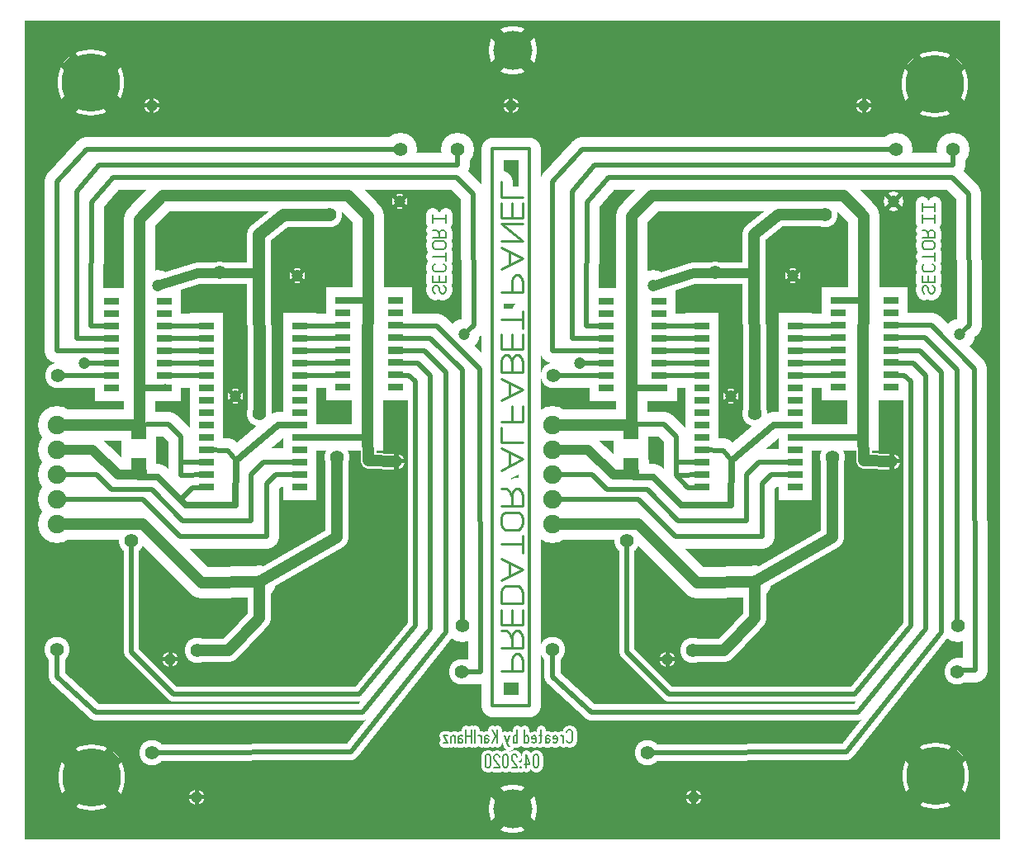
<source format=gbr>
%FSLAX34Y34*%
%MOMM*%
%LNCOPPER_BOTTOM*%
G71*
G01*
%ADD10C, 3.200*%
%ADD11C, 2.200*%
%ADD12C, 2.600*%
%ADD13C, 3.400*%
%ADD14R, 3.500X2.760*%
%ADD15C, 2.400*%
%ADD16C, 2.500*%
%ADD17C, 3.200*%
%ADD18C, 2.700*%
%ADD19C, 1.500*%
%ADD20C, 1.700*%
%ADD21C, 3.900*%
%ADD22C, 2.200*%
%ADD23R, 3.600X3.600*%
%ADD24C, 3.000*%
%ADD25C, 2.450*%
%ADD26C, 2.900*%
%ADD27C, 2.278*%
%ADD28C, 0.967*%
%ADD29C, 1.367*%
%ADD30C, 2.300*%
%ADD31C, 5.000*%
%ADD32C, 6.800*%
%ADD33C, 6.800*%
%ADD34C, 1.600*%
%ADD35C, 2.000*%
%ADD36C, 1.600*%
%ADD37C, 1.333*%
%ADD38C, 2.000*%
%ADD39C, 0.460*%
%ADD40C, 0.440*%
%ADD41C, 1.200*%
%ADD42C, 1.400*%
%ADD43R, 1.500X0.760*%
%ADD44C, 1.200*%
%ADD45C, 0.500*%
%ADD46C, 0.700*%
%ADD47C, 1.900*%
%ADD48C, 1.000*%
%ADD49R, 1.600X1.600*%
%ADD50C, 1.250*%
%ADD51C, 0.278*%
%ADD52C, 0.167*%
%ADD53C, 0.300*%
%ADD54C, 4.000*%
%ADD55C, 6.000*%
%ADD56C, 6.000*%
%LPD*%
G36*
X0Y840000D02*
X1000000Y840000D01*
X1000000Y0D01*
X0Y0D01*
X0Y840000D01*
G37*
%LPC*%
X136922Y568284D02*
G54D10*
D03*
X200422Y581734D02*
G54D11*
D03*
X241159Y437272D02*
G54D12*
D03*
X312569Y641037D02*
G54D12*
D03*
X177658Y194384D02*
G54D12*
D03*
X241158Y264233D02*
G54D13*
D03*
X448327Y172159D02*
G54D12*
D03*
X326560Y463764D02*
G54D14*
D03*
X326560Y476464D02*
G54D14*
D03*
X326560Y489164D02*
G54D14*
D03*
X326560Y501864D02*
G54D14*
D03*
X380560Y463764D02*
G54D14*
D03*
X380560Y476464D02*
G54D14*
D03*
X380560Y489164D02*
G54D14*
D03*
G36*
X363060Y515664D02*
X398060Y515664D01*
X398060Y488064D01*
X363060Y488064D01*
X363060Y515664D01*
G37*
X326560Y514564D02*
G54D14*
D03*
X326560Y527264D02*
G54D14*
D03*
X326560Y539964D02*
G54D14*
D03*
X380560Y514564D02*
G54D14*
D03*
X380560Y527264D02*
G54D14*
D03*
X380560Y539964D02*
G54D14*
D03*
X326560Y552664D02*
G54D14*
D03*
X380560Y552664D02*
G54D14*
D03*
X282248Y526594D02*
G54D14*
D03*
X282248Y513894D02*
G54D14*
D03*
X282248Y501194D02*
G54D14*
D03*
X282248Y488494D02*
G54D14*
D03*
X186948Y526594D02*
G54D14*
D03*
X186948Y513894D02*
G54D14*
D03*
X186948Y501194D02*
G54D14*
D03*
X186948Y488494D02*
G54D14*
D03*
X282248Y475794D02*
G54D14*
D03*
X282248Y463094D02*
G54D14*
D03*
X282248Y450394D02*
G54D14*
D03*
X186948Y475794D02*
G54D14*
D03*
X186948Y463094D02*
G54D14*
D03*
X186948Y450394D02*
G54D14*
D03*
X282248Y437694D02*
G54D14*
D03*
X186948Y437694D02*
G54D14*
D03*
X282248Y424994D02*
G54D14*
D03*
X282248Y412294D02*
G54D14*
D03*
X186948Y424994D02*
G54D14*
D03*
X186948Y412294D02*
G54D14*
D03*
X282248Y399594D02*
G54D14*
D03*
X282248Y386894D02*
G54D14*
D03*
X186948Y399594D02*
G54D14*
D03*
X186948Y386894D02*
G54D14*
D03*
X282248Y374194D02*
G54D14*
D03*
X282248Y361494D02*
G54D14*
D03*
X186948Y374194D02*
G54D14*
D03*
X186948Y361494D02*
G54D14*
D03*
X143665Y552130D02*
G54D14*
D03*
X143665Y539430D02*
G54D14*
D03*
X143665Y526730D02*
G54D14*
D03*
X143665Y514030D02*
G54D14*
D03*
X89665Y552130D02*
G54D14*
D03*
X89665Y539430D02*
G54D14*
D03*
X89665Y526730D02*
G54D14*
D03*
X89665Y514030D02*
G54D14*
D03*
X143665Y501330D02*
G54D14*
D03*
X143665Y488630D02*
G54D14*
D03*
X143665Y475930D02*
G54D14*
D03*
X89665Y501330D02*
G54D14*
D03*
X89665Y488630D02*
G54D14*
D03*
X89665Y475930D02*
G54D14*
D03*
X143665Y463230D02*
G54D14*
D03*
X89665Y463230D02*
G54D14*
D03*
X33980Y476128D02*
G54D12*
D03*
X61688Y488828D02*
G54D10*
D03*
X33186Y195141D02*
G54D12*
D03*
X385594Y707712D02*
G54D13*
D03*
X450708Y518234D02*
G54D10*
D03*
X130627Y89015D02*
G54D12*
D03*
X449121Y219784D02*
G54D13*
D03*
G54D15*
X177658Y194384D02*
X209109Y194384D01*
X240978Y227047D01*
X241158Y264234D01*
X109386Y306266D02*
G54D12*
D03*
G54D16*
X33980Y476128D02*
X88928Y475876D01*
G54D16*
X450708Y518234D02*
X460772Y527759D01*
X460233Y662635D01*
X443384Y679484D01*
X90959Y679484D01*
X68734Y653951D01*
X68418Y526635D01*
X88928Y526676D01*
G54D16*
X385594Y707712D02*
X63625Y707712D01*
X33809Y674722D01*
X33809Y501684D01*
X88928Y501276D01*
G54D16*
X88928Y513976D02*
X54038Y513976D01*
X53653Y665197D01*
X76672Y692184D01*
X444178Y692184D01*
X444332Y707712D01*
G54D16*
X142928Y488576D02*
X186866Y488576D01*
X186948Y488494D01*
G54D16*
X142928Y501276D02*
X186866Y501276D01*
X186948Y501194D01*
G54D16*
X142928Y513976D02*
X186866Y513976D01*
X186948Y513894D01*
G54D16*
X142928Y526676D02*
X186866Y526676D01*
X186948Y526594D01*
G54D16*
X61688Y488828D02*
X88928Y488576D01*
G54D16*
X282248Y526594D02*
X326871Y526594D01*
X327053Y526776D01*
G54D16*
X282248Y513894D02*
X327987Y513894D01*
G54D16*
X282248Y501194D02*
X326871Y501194D01*
X327053Y501376D01*
G54D16*
X282248Y488494D02*
X326871Y488494D01*
X327053Y488676D01*
G54D16*
X282248Y475794D02*
X326871Y475794D01*
X327053Y475976D01*
G54D17*
X33568Y424960D02*
X117947Y425484D01*
X117895Y636425D01*
X141759Y660434D01*
X332259Y660434D01*
X352897Y639797D01*
X352096Y416139D01*
G36*
X336096Y416196D02*
X368096Y416082D01*
X368038Y400082D01*
X336038Y400197D01*
X336096Y416196D01*
G37*
G54D18*
X326560Y552664D02*
X352096Y552664D01*
X444332Y707712D02*
G54D13*
D03*
G54D19*
X109386Y306266D02*
X109386Y192745D01*
X152872Y149259D01*
X343372Y149259D01*
X400522Y219109D01*
X400522Y469934D01*
X394172Y476284D01*
X381361Y476284D01*
G54D20*
X33186Y195141D02*
X33186Y167345D01*
X73497Y130209D01*
X346547Y130209D01*
X416397Y215934D01*
X416397Y476284D01*
X403697Y488984D01*
X381361Y488984D01*
X381053Y488676D01*
G54D20*
X130627Y89015D02*
X334521Y89609D01*
X432272Y212759D01*
X432272Y479459D01*
X410047Y501684D01*
X381361Y501684D01*
X381053Y501376D01*
G54D16*
X449121Y219784D02*
X449121Y481660D01*
X416397Y514384D01*
X381361Y514384D01*
X381053Y514076D01*
G54D16*
X448327Y172159D02*
X467377Y172159D01*
X467197Y482634D01*
X422747Y527084D01*
X381361Y527084D01*
X381053Y526776D01*
G54D17*
X33568Y323360D02*
X83022Y323884D01*
X121122Y323884D01*
X181447Y263559D01*
X241158Y264234D01*
X33568Y424960D02*
G54D21*
D03*
X33568Y399560D02*
G54D21*
D03*
X33568Y374160D02*
G54D21*
D03*
X33568Y348760D02*
G54D21*
D03*
X33568Y323360D02*
G54D21*
D03*
G54D22*
X136922Y568284D02*
X178197Y580984D01*
X178272Y581059D01*
X240184Y581059D01*
X117400Y384114D02*
G54D23*
D03*
X117400Y418464D02*
G54D23*
D03*
G54D24*
X33568Y399560D02*
X69797Y399560D01*
X95722Y374684D01*
X120328Y374684D01*
G36*
X120328Y359684D02*
X120328Y389684D01*
X135328Y389684D01*
X135328Y359684D01*
X120328Y359684D01*
G37*
G54D25*
X312569Y641037D02*
X265584Y641384D01*
X240184Y620747D01*
X241159Y437272D01*
G54D18*
X115951Y463176D02*
X141759Y463584D01*
G36*
X115737Y476674D02*
X116164Y449677D01*
X102666Y449464D01*
X102239Y476460D01*
X115737Y476674D01*
G37*
G36*
X141973Y450086D02*
X141546Y477083D01*
X155044Y477296D01*
X155471Y450300D01*
X141973Y450086D01*
G37*
G54D16*
X186948Y475794D02*
X143010Y475794D01*
X142928Y475876D01*
G54D18*
X282248Y412294D02*
X354600Y412294D01*
G36*
X354600Y398794D02*
X354600Y425794D01*
X368100Y425794D01*
X368100Y398794D01*
X354600Y398794D01*
G37*
G54D18*
X282248Y424994D02*
X260331Y424994D01*
X216719Y388481D01*
X216372Y342934D01*
X165572Y342934D01*
X136997Y371509D01*
X117153Y371509D01*
X113978Y374684D01*
G54D26*
X33568Y374160D02*
X74021Y374160D01*
X89372Y358809D01*
X130647Y358809D01*
X162397Y327059D01*
X232247Y327059D01*
X232247Y374684D01*
X244947Y387384D01*
X281758Y387384D01*
X282248Y386894D01*
G54D16*
X33568Y348760D02*
X121646Y348760D01*
X159222Y311184D01*
X248122Y311184D01*
X248122Y365159D01*
X257647Y374684D01*
X281758Y374684D01*
X282248Y374194D01*
X320267Y392424D02*
G54D12*
D03*
G54D15*
X320266Y392424D02*
X320791Y347733D01*
X320791Y309633D01*
X241158Y264234D01*
G54D16*
X186948Y399594D02*
X208359Y399172D01*
X216719Y388481D01*
G54D16*
X186948Y374194D02*
X160734Y373772D01*
X160734Y413459D01*
X148034Y426159D01*
X102072Y425484D01*
G54D16*
X186948Y386894D02*
X161156Y386894D01*
X160734Y386472D01*
X834560Y463764D02*
G54D14*
D03*
X834560Y476464D02*
G54D14*
D03*
X834560Y489164D02*
G54D14*
D03*
X834560Y501864D02*
G54D14*
D03*
X888560Y463764D02*
G54D14*
D03*
X888560Y476464D02*
G54D14*
D03*
X888560Y489164D02*
G54D14*
D03*
G36*
X871060Y515664D02*
X906060Y515664D01*
X906060Y488064D01*
X871060Y488064D01*
X871060Y515664D01*
G37*
X834560Y514564D02*
G54D14*
D03*
X834560Y527264D02*
G54D14*
D03*
X834560Y539964D02*
G54D14*
D03*
X888560Y514564D02*
G54D14*
D03*
X888560Y527264D02*
G54D14*
D03*
X888560Y539964D02*
G54D14*
D03*
X834560Y552664D02*
G54D14*
D03*
X888560Y552664D02*
G54D14*
D03*
X790248Y526594D02*
G54D14*
D03*
X790248Y513894D02*
G54D14*
D03*
X790248Y501194D02*
G54D14*
D03*
X790248Y488494D02*
G54D14*
D03*
X694948Y526594D02*
G54D14*
D03*
X694948Y513894D02*
G54D14*
D03*
X694948Y501194D02*
G54D14*
D03*
X694948Y488494D02*
G54D14*
D03*
X790248Y475794D02*
G54D14*
D03*
X790248Y463094D02*
G54D14*
D03*
X790248Y450394D02*
G54D14*
D03*
X694948Y475794D02*
G54D14*
D03*
X694948Y463094D02*
G54D14*
D03*
X694948Y450394D02*
G54D14*
D03*
X790248Y437694D02*
G54D14*
D03*
X694948Y437694D02*
G54D14*
D03*
X790248Y424994D02*
G54D14*
D03*
X790248Y412294D02*
G54D14*
D03*
X694948Y424994D02*
G54D14*
D03*
X694948Y412294D02*
G54D14*
D03*
X790248Y399594D02*
G54D14*
D03*
X790248Y386894D02*
G54D14*
D03*
X694948Y399594D02*
G54D14*
D03*
X694948Y386894D02*
G54D14*
D03*
X790248Y374194D02*
G54D14*
D03*
X790248Y361494D02*
G54D14*
D03*
X694948Y374194D02*
G54D14*
D03*
X694948Y361494D02*
G54D14*
D03*
X650761Y551933D02*
G54D14*
D03*
X650761Y539233D02*
G54D14*
D03*
X650761Y526533D02*
G54D14*
D03*
X650761Y513833D02*
G54D14*
D03*
X596761Y551933D02*
G54D14*
D03*
X596761Y539233D02*
G54D14*
D03*
X596761Y526533D02*
G54D14*
D03*
X596761Y513833D02*
G54D14*
D03*
X650761Y501133D02*
G54D14*
D03*
X650761Y488433D02*
G54D14*
D03*
X650761Y475733D02*
G54D14*
D03*
X596761Y501133D02*
G54D14*
D03*
X596761Y488433D02*
G54D14*
D03*
X596761Y475733D02*
G54D14*
D03*
X650761Y463033D02*
G54D14*
D03*
X596761Y463033D02*
G54D14*
D03*
G54D15*
X685658Y194384D02*
X717109Y194384D01*
X748978Y227047D01*
X749158Y264234D01*
G54D16*
X541980Y476128D02*
X596928Y475876D01*
G54D16*
X958708Y518234D02*
X968772Y527759D01*
X968233Y662635D01*
X951384Y679484D01*
X598959Y679484D01*
X576734Y653951D01*
X576418Y526635D01*
X596928Y526676D01*
G54D16*
X893594Y707712D02*
X571625Y707712D01*
X541809Y674722D01*
X541809Y501684D01*
X596928Y501276D01*
G54D16*
X596928Y513976D02*
X562038Y513976D01*
X561653Y665197D01*
X584672Y692184D01*
X952178Y692184D01*
X952332Y707712D01*
G54D16*
X650928Y488576D02*
X694866Y488576D01*
X694948Y488494D01*
G54D16*
X650928Y501276D02*
X694866Y501276D01*
X694948Y501194D01*
G54D16*
X650928Y513976D02*
X694866Y513976D01*
X694948Y513894D01*
G54D16*
X650928Y526676D02*
X694866Y526676D01*
X694948Y526594D01*
G54D16*
X569688Y488828D02*
X596928Y488576D01*
G54D16*
X790248Y526594D02*
X834871Y526594D01*
X835053Y526776D01*
G54D16*
X790248Y513894D02*
X835987Y513894D01*
G54D16*
X790248Y501194D02*
X834871Y501194D01*
X835053Y501376D01*
G54D16*
X790248Y488494D02*
X834871Y488494D01*
X835053Y488676D01*
G54D16*
X790248Y475794D02*
X834871Y475794D01*
X835053Y475976D01*
G54D17*
X541568Y424960D02*
X622772Y425484D01*
X622772Y639797D01*
X643409Y660434D01*
X840259Y660434D01*
X860897Y639797D01*
X860096Y416139D01*
G36*
X844096Y416196D02*
X876096Y416082D01*
X876038Y400082D01*
X844038Y400197D01*
X844096Y416196D01*
G37*
G54D18*
X834560Y552664D02*
X860096Y552664D01*
G54D17*
X541568Y323360D02*
X591022Y323884D01*
X629122Y323884D01*
X689447Y263559D01*
X749158Y264234D01*
G54D22*
X646509Y568284D02*
X686197Y580984D01*
X686272Y581059D01*
X748184Y581059D01*
X622225Y384114D02*
G54D23*
D03*
X622225Y418464D02*
G54D23*
D03*
G54D24*
X541568Y399560D02*
X577797Y399560D01*
X603722Y374684D01*
X625153Y374684D01*
G36*
X625153Y359684D02*
X625153Y389684D01*
X640153Y389684D01*
X640153Y359684D01*
X625153Y359684D01*
G37*
G54D15*
X820569Y641037D02*
X773584Y641384D01*
X748184Y620747D01*
X749159Y437272D01*
G54D18*
X625503Y463176D02*
X655701Y463176D01*
G36*
X625503Y476676D02*
X625503Y449676D01*
X612003Y449676D01*
X612003Y476676D01*
X625503Y476676D01*
G37*
G36*
X655701Y449676D02*
X655701Y476676D01*
X669201Y476676D01*
X669201Y449676D01*
X655701Y449676D01*
G37*
G54D16*
X694948Y475794D02*
X651010Y475794D01*
X650928Y475876D01*
G54D18*
X790248Y412294D02*
X862600Y412294D01*
G36*
X862600Y398794D02*
X862600Y425794D01*
X876100Y425794D01*
X876100Y398794D01*
X862600Y398794D01*
G37*
G54D18*
X790248Y424994D02*
X768331Y424994D01*
X724719Y388481D01*
X724372Y342934D01*
X673572Y342934D01*
X644997Y371509D01*
X625153Y371509D01*
X621978Y374684D01*
G54D18*
X541568Y374160D02*
X582021Y374160D01*
X597372Y358809D01*
X638647Y358809D01*
X670397Y327059D01*
X740247Y327059D01*
X740247Y374684D01*
X752947Y387384D01*
X789758Y387384D01*
X790248Y386894D01*
G54D16*
X541568Y348760D02*
X629646Y348760D01*
X667222Y311184D01*
X756122Y311184D01*
X756122Y365159D01*
X765647Y374684D01*
X789758Y374684D01*
X790248Y374194D01*
G54D15*
X828266Y392424D02*
X828791Y347733D01*
X828791Y309633D01*
X749158Y264234D01*
G54D16*
X694948Y399594D02*
X716359Y399172D01*
X724719Y388481D01*
G54D16*
X694948Y374194D02*
X668734Y373772D01*
X668734Y413459D01*
X656034Y426159D01*
X623447Y426159D01*
X622772Y425484D01*
G54D16*
X694948Y386894D02*
X669156Y386894D01*
X668734Y386472D01*
G54D19*
X617386Y306266D02*
X617386Y192745D01*
X660872Y149259D01*
X851372Y149259D01*
X908522Y219109D01*
X908522Y469934D01*
X902172Y476284D01*
X889361Y476284D01*
G54D20*
X541186Y195141D02*
X541186Y167345D01*
X581497Y130209D01*
X854547Y130209D01*
X924397Y215934D01*
X924397Y476284D01*
X911697Y488984D01*
X889361Y488984D01*
X889053Y488676D01*
G54D20*
X638627Y89015D02*
X842521Y89609D01*
X940272Y212759D01*
X940272Y479459D01*
X918047Y501684D01*
X889361Y501684D01*
X889053Y501376D01*
G54D16*
X956320Y219964D02*
X956320Y481840D01*
X923596Y514564D01*
X888560Y514564D01*
X888252Y514256D01*
G54D16*
X957113Y173926D02*
X974576Y173926D01*
X974396Y482814D01*
X929946Y527264D01*
X888560Y527264D01*
X888252Y526956D01*
G54D27*
X488647Y172509D02*
X510869Y172509D01*
X510869Y183620D01*
X509480Y188065D01*
X506702Y190287D01*
X503924Y190287D01*
X501147Y188065D01*
X499758Y183620D01*
X499758Y172509D01*
G54D27*
X499758Y205287D02*
X496980Y211954D01*
X494202Y214176D01*
X488647Y214176D01*
G54D27*
X488647Y196398D02*
X510869Y196398D01*
X510869Y207509D01*
X509480Y211954D01*
X506702Y214176D01*
X503924Y214176D01*
X501147Y211954D01*
X499758Y207509D01*
X499758Y196398D01*
G54D27*
X488647Y235843D02*
X488647Y220287D01*
X510869Y220287D01*
X510869Y235843D01*
G54D27*
X499758Y220287D02*
X499758Y235843D01*
G54D27*
X488647Y241954D02*
X510869Y241954D01*
X510869Y253065D01*
X509480Y257510D01*
X506702Y259732D01*
X492813Y259732D01*
X490035Y257510D01*
X488647Y253065D01*
X488647Y241954D01*
G54D27*
X488647Y265843D02*
X510869Y276954D01*
X488647Y288065D01*
G54D27*
X496980Y270288D02*
X496980Y283621D01*
G54D27*
X488647Y303065D02*
X510869Y303065D01*
G54D27*
X510869Y294176D02*
X510869Y311954D01*
G54D27*
X506702Y335843D02*
X492813Y335843D01*
X490035Y333621D01*
X488647Y329176D01*
X488647Y324732D01*
X490035Y320287D01*
X492813Y318065D01*
X506702Y318065D01*
X509480Y320287D01*
X510869Y324732D01*
X510869Y329176D01*
X509480Y333621D01*
X506702Y335843D01*
G54D27*
X499758Y350843D02*
X496980Y357510D01*
X494202Y359732D01*
X488647Y359732D01*
G54D27*
X488647Y341954D02*
X510869Y341954D01*
X510869Y353065D01*
X509480Y357510D01*
X506702Y359732D01*
X503924Y359732D01*
X501147Y357510D01*
X499758Y353065D01*
X499758Y341954D01*
G54D27*
X488647Y378953D02*
X510869Y390064D01*
X488647Y401175D01*
G54D27*
X496980Y383398D02*
X496980Y396731D01*
G54D27*
X510869Y407286D02*
X488647Y407286D01*
X488647Y422842D01*
G54D27*
X488647Y428953D02*
X510869Y428953D01*
X510869Y444509D01*
G54D27*
X499758Y428953D02*
X499758Y444509D01*
G54D27*
X488647Y450620D02*
X510869Y461731D01*
X488647Y472842D01*
G54D27*
X496980Y455064D02*
X496980Y468398D01*
G54D27*
X488647Y478953D02*
X510869Y478953D01*
X510869Y490064D01*
X509480Y494509D01*
X506702Y496731D01*
X503924Y496731D01*
X501147Y494509D01*
X499758Y490064D01*
X498369Y494509D01*
X495591Y496731D01*
X492813Y496731D01*
X490035Y494509D01*
X488647Y490064D01*
X488647Y478953D01*
G54D27*
X499758Y478953D02*
X499758Y490064D01*
G54D27*
X488647Y518398D02*
X488647Y502842D01*
X510869Y502842D01*
X510869Y518398D01*
G54D27*
X499758Y502842D02*
X499758Y518398D01*
G54D27*
X488647Y533398D02*
X510869Y533398D01*
G54D27*
X510869Y524509D02*
X510869Y542287D01*
G54D27*
X488647Y561508D02*
X510869Y561508D01*
X510869Y572619D01*
X509480Y577064D01*
X506702Y579286D01*
X503924Y579286D01*
X501147Y577064D01*
X499758Y572619D01*
X499758Y561508D01*
G54D27*
X488647Y585397D02*
X510869Y596508D01*
X488647Y607619D01*
G54D27*
X496980Y589842D02*
X496980Y603175D01*
G54D27*
X488647Y613730D02*
X510869Y613730D01*
X488647Y631508D01*
X510869Y631508D01*
G54D27*
X488647Y653175D02*
X488647Y637619D01*
X510869Y637619D01*
X510869Y653175D01*
G54D27*
X499758Y637619D02*
X499758Y653175D01*
G54D27*
X510869Y659286D02*
X488647Y659286D01*
X488647Y674842D01*
G54D28*
X556142Y101634D02*
X556809Y99968D01*
X558142Y99134D01*
X559475Y99134D01*
X560809Y99968D01*
X561475Y101634D01*
X561475Y109968D01*
X560809Y111634D01*
X559475Y112468D01*
X558142Y112468D01*
X556809Y111634D01*
X556142Y109968D01*
G54D28*
X552475Y99134D02*
X552475Y106634D01*
G54D28*
X552475Y104968D02*
X551142Y106634D01*
X549809Y106634D01*
G54D28*
X542141Y99968D02*
X543208Y99134D01*
X544541Y99134D01*
X545875Y99968D01*
X546141Y101634D01*
X546141Y104468D01*
X545475Y106134D01*
X544141Y106634D01*
X542808Y106134D01*
X542141Y104968D01*
X542141Y103301D01*
X546141Y103301D01*
G54D28*
X538474Y105801D02*
X537141Y106634D01*
X535541Y106634D01*
X534474Y104968D01*
X534474Y99134D01*
G54D28*
X534474Y101634D02*
X535141Y103301D01*
X536474Y103634D01*
X537808Y103301D01*
X538474Y101634D01*
X538208Y99968D01*
X537141Y99134D01*
X536474Y99134D01*
X536208Y99134D01*
X535141Y99968D01*
X534474Y101634D01*
G54D28*
X529474Y112468D02*
X529474Y99968D01*
X528807Y99134D01*
X528141Y99468D01*
G54D28*
X530807Y106634D02*
X528141Y106634D01*
G54D28*
X520473Y99968D02*
X521540Y99134D01*
X522873Y99134D01*
X524207Y99968D01*
X524473Y101634D01*
X524473Y104468D01*
X523807Y106134D01*
X522473Y106634D01*
X521140Y106134D01*
X520473Y104968D01*
X520473Y103301D01*
X524473Y103301D01*
G54D28*
X512806Y99134D02*
X512806Y112468D01*
G54D28*
X512806Y104468D02*
X513473Y106134D01*
X514806Y106634D01*
X516140Y106134D01*
X516806Y104468D01*
X516806Y101134D01*
X516140Y99468D01*
X514806Y99134D01*
X513473Y99468D01*
X512806Y101134D01*
G54D28*
X505339Y99134D02*
X505339Y112468D01*
G54D28*
X505339Y104468D02*
X504673Y106134D01*
X503339Y106634D01*
X502006Y106134D01*
X501339Y104468D01*
X501339Y101134D01*
X502006Y99468D01*
X503339Y99134D01*
X504673Y99468D01*
X505339Y101134D01*
G54D28*
X497672Y106634D02*
X495006Y99134D01*
X492339Y106634D01*
G54D28*
X495006Y99134D02*
X495672Y96634D01*
X496339Y95801D01*
X497006Y95801D01*
G54D28*
X484872Y99134D02*
X484872Y112468D01*
G54D28*
X484872Y103301D02*
X479539Y112468D01*
G54D28*
X482872Y105801D02*
X479539Y99134D01*
G54D28*
X475872Y105801D02*
X474539Y106634D01*
X472939Y106634D01*
X471872Y104968D01*
X471872Y99134D01*
G54D28*
X471872Y101634D02*
X472539Y103301D01*
X473872Y103634D01*
X475206Y103301D01*
X475872Y101634D01*
X475606Y99968D01*
X474539Y99134D01*
X473872Y99134D01*
X473606Y99134D01*
X472539Y99968D01*
X471872Y101634D01*
G54D28*
X468205Y99134D02*
X468205Y106634D01*
G54D28*
X468205Y104968D02*
X466872Y106634D01*
X465539Y106634D01*
G54D28*
X461871Y99134D02*
X461871Y112468D01*
G54D28*
X458204Y99134D02*
X458204Y112468D01*
G54D28*
X452871Y99134D02*
X452871Y112468D01*
G54D28*
X458204Y105801D02*
X452871Y105801D01*
G54D28*
X449204Y105801D02*
X447871Y106634D01*
X446271Y106634D01*
X445204Y104968D01*
X445204Y99134D01*
G54D28*
X445204Y101634D02*
X445871Y103301D01*
X447204Y103634D01*
X448538Y103301D01*
X449204Y101634D01*
X448938Y99968D01*
X447871Y99134D01*
X447204Y99134D01*
X446938Y99134D01*
X445871Y99968D01*
X445204Y101634D01*
G54D28*
X441537Y99134D02*
X441537Y106634D01*
G54D28*
X441537Y104968D02*
X440871Y106134D01*
X439537Y106634D01*
X438204Y106134D01*
X437537Y104968D01*
X437537Y99134D01*
G54D28*
X433870Y106634D02*
X429870Y106634D01*
X433870Y99134D01*
X429870Y99134D01*
G54D28*
X521761Y84568D02*
X521761Y76234D01*
X522428Y74568D01*
X523761Y73734D01*
X525094Y73734D01*
X526428Y74568D01*
X527094Y76234D01*
X527094Y84568D01*
X526428Y86234D01*
X525094Y87068D01*
X523761Y87068D01*
X522428Y86234D01*
X521761Y84568D01*
G54D28*
X514094Y73734D02*
X514094Y87068D01*
X518094Y78734D01*
X518094Y77068D01*
X512761Y77068D01*
G54D28*
X508561Y73734D02*
X509094Y73734D01*
X509094Y74401D01*
X508561Y74401D01*
X508561Y73734D01*
X509094Y73734D01*
G54D28*
X499561Y73734D02*
X504894Y73734D01*
X504894Y74568D01*
X504228Y76234D01*
X500228Y81234D01*
X499561Y82901D01*
X499561Y84568D01*
X500228Y86234D01*
X501561Y87068D01*
X502894Y87068D01*
X504228Y86234D01*
X504894Y84568D01*
G54D28*
X490561Y84568D02*
X490561Y76234D01*
X491228Y74568D01*
X492561Y73734D01*
X493894Y73734D01*
X495228Y74568D01*
X495894Y76234D01*
X495894Y84568D01*
X495228Y86234D01*
X493894Y87068D01*
X492561Y87068D01*
X491228Y86234D01*
X490561Y84568D01*
G54D28*
X481561Y73734D02*
X486894Y73734D01*
X486894Y74568D01*
X486228Y76234D01*
X482228Y81234D01*
X481561Y82901D01*
X481561Y84568D01*
X482228Y86234D01*
X483561Y87068D01*
X484894Y87068D01*
X486228Y86234D01*
X486894Y84568D01*
G54D28*
X472561Y84568D02*
X472561Y76234D01*
X473228Y74568D01*
X474561Y73734D01*
X475894Y73734D01*
X477228Y74568D01*
X477894Y76234D01*
X477894Y84568D01*
X477228Y86234D01*
X475894Y87068D01*
X474561Y87068D01*
X473228Y86234D01*
X472561Y84568D01*
G54D29*
X421169Y560079D02*
X419502Y561079D01*
X418669Y563079D01*
X418669Y565079D01*
X419502Y567079D01*
X421169Y568079D01*
X422836Y568079D01*
X424502Y567079D01*
X425336Y565079D01*
X425336Y563079D01*
X426169Y561079D01*
X427836Y560079D01*
X429502Y560079D01*
X431169Y561079D01*
X432002Y563079D01*
X432002Y565079D01*
X431169Y567079D01*
X429502Y568079D01*
G54D29*
X418669Y578746D02*
X418669Y571746D01*
X432002Y571746D01*
X432002Y578746D01*
G54D29*
X425336Y571746D02*
X425336Y578746D01*
G54D29*
X421169Y590413D02*
X419502Y589413D01*
X418669Y587413D01*
X418669Y585413D01*
X419502Y583413D01*
X421169Y582413D01*
X429502Y582413D01*
X431169Y583413D01*
X432002Y585413D01*
X432002Y587413D01*
X431169Y589413D01*
X429502Y590413D01*
G54D29*
X418669Y598080D02*
X432002Y598080D01*
G54D29*
X432002Y594080D02*
X432002Y602080D01*
G54D29*
X429502Y613747D02*
X421169Y613747D01*
X419502Y612747D01*
X418669Y610747D01*
X418669Y608747D01*
X419502Y606747D01*
X421169Y605747D01*
X429502Y605747D01*
X431169Y606747D01*
X432002Y608747D01*
X432002Y610747D01*
X431169Y612747D01*
X429502Y613747D01*
G54D29*
X425336Y621414D02*
X423669Y624414D01*
X422002Y625414D01*
X418669Y625414D01*
G54D29*
X418669Y617414D02*
X432002Y617414D01*
X432002Y622414D01*
X431169Y624414D01*
X429502Y625414D01*
X427836Y625414D01*
X426169Y624414D01*
X425336Y622414D01*
X425336Y617414D01*
G54D29*
X418669Y632948D02*
X418669Y640948D01*
G54D29*
X418669Y636948D02*
X432002Y636948D01*
G54D29*
X432002Y632948D02*
X432002Y640948D01*
G54D16*
X690959Y361072D02*
X679847Y361072D01*
X668734Y373772D01*
G54D16*
X182959Y361072D02*
X171847Y361072D01*
X159147Y348372D01*
G54D30*
X479822Y708734D02*
X517922Y708734D01*
X517922Y137234D01*
X479822Y137234D01*
X479822Y708734D01*
G54D29*
X922819Y560079D02*
X921152Y561079D01*
X920319Y563079D01*
X920319Y565079D01*
X921152Y567079D01*
X922819Y568079D01*
X924486Y568079D01*
X926152Y567079D01*
X926986Y565079D01*
X926986Y563079D01*
X927819Y561079D01*
X929486Y560079D01*
X931152Y560079D01*
X932819Y561079D01*
X933652Y563079D01*
X933652Y565079D01*
X932819Y567079D01*
X931152Y568079D01*
G54D29*
X920319Y578746D02*
X920319Y571746D01*
X933652Y571746D01*
X933652Y578746D01*
G54D29*
X926986Y571746D02*
X926986Y578746D01*
G54D29*
X922819Y590413D02*
X921152Y589413D01*
X920319Y587413D01*
X920319Y585413D01*
X921152Y583413D01*
X922819Y582413D01*
X931152Y582413D01*
X932819Y583413D01*
X933652Y585413D01*
X933652Y587413D01*
X932819Y589413D01*
X931152Y590413D01*
G54D29*
X920319Y598080D02*
X933652Y598080D01*
G54D29*
X933652Y594080D02*
X933652Y602080D01*
G54D29*
X931152Y613747D02*
X922819Y613747D01*
X921152Y612747D01*
X920319Y610747D01*
X920319Y608747D01*
X921152Y606747D01*
X922819Y605747D01*
X931152Y605747D01*
X932819Y606747D01*
X933652Y608747D01*
X933652Y610747D01*
X932819Y612747D01*
X931152Y613747D01*
G54D29*
X926986Y621414D02*
X925319Y624414D01*
X923652Y625414D01*
X920319Y625414D01*
G54D29*
X920319Y617414D02*
X933652Y617414D01*
X933652Y622414D01*
X932819Y624414D01*
X931152Y625414D01*
X929486Y625414D01*
X927819Y624414D01*
X926986Y622414D01*
X926986Y617414D01*
G54D29*
X920319Y632948D02*
X920319Y640948D01*
G54D29*
X920319Y636948D02*
X933652Y636948D01*
G54D29*
X933652Y632948D02*
X933652Y640948D01*
G54D29*
X920319Y644615D02*
X920319Y652615D01*
G54D29*
X920319Y648615D02*
X933652Y648615D01*
G54D29*
X933652Y644615D02*
X933652Y652615D01*
X500535Y809659D02*
G54D31*
D03*
X500534Y31784D02*
G54D31*
D03*
X68734Y63534D02*
G54D32*
D03*
X933922Y65122D02*
G54D33*
D03*
X933450Y774700D02*
G54D33*
D03*
X68263Y776288D02*
G54D32*
D03*
X644922Y568284D02*
G54D10*
D03*
X708422Y581734D02*
G54D11*
D03*
X749159Y437272D02*
G54D12*
D03*
X820569Y641037D02*
G54D12*
D03*
X685658Y194384D02*
G54D12*
D03*
X749158Y264233D02*
G54D13*
D03*
X956327Y172159D02*
G54D12*
D03*
X541980Y476128D02*
G54D12*
D03*
X569688Y488828D02*
G54D10*
D03*
X541186Y195141D02*
G54D12*
D03*
X893594Y707712D02*
G54D13*
D03*
X958708Y518234D02*
G54D10*
D03*
X638627Y89015D02*
G54D12*
D03*
X957121Y219784D02*
G54D13*
D03*
X617386Y306266D02*
G54D12*
D03*
X952332Y707712D02*
G54D13*
D03*
X541568Y424960D02*
G54D21*
D03*
X541568Y399560D02*
G54D21*
D03*
X541568Y374160D02*
G54D21*
D03*
X541568Y348760D02*
G54D21*
D03*
X541568Y323360D02*
G54D21*
D03*
X828267Y392424D02*
G54D12*
D03*
X498872Y753184D02*
G54D34*
D03*
X130572Y753184D02*
G54D34*
D03*
X860822Y753184D02*
G54D34*
D03*
X216296Y454734D02*
G54D34*
D03*
X279798Y578559D02*
G54D34*
D03*
X787798Y578559D02*
G54D34*
D03*
X724298Y454734D02*
G54D34*
D03*
X889397Y388059D02*
G54D34*
D03*
X384572Y654759D02*
G54D34*
D03*
X890984Y654759D02*
G54D35*
D03*
G54D36*
X889396Y388059D02*
X860425Y388938D01*
X860096Y416139D01*
X381397Y388059D02*
G54D34*
D03*
G54D36*
X381396Y388059D02*
X352425Y388938D01*
X352096Y416139D01*
X149622Y184859D02*
G54D34*
D03*
X659210Y184859D02*
G54D34*
D03*
X176610Y43572D02*
G54D34*
D03*
X686197Y43572D02*
G54D34*
D03*
%LPD*%
G54D37*
G36*
X495821Y814373D02*
X513852Y832404D01*
X523280Y822976D01*
X505249Y804945D01*
X495821Y814373D01*
G37*
G36*
X505249Y814373D02*
X523280Y796342D01*
X513852Y786914D01*
X495821Y804945D01*
X505249Y814373D01*
G37*
G36*
X505249Y804945D02*
X487218Y786914D01*
X477790Y796342D01*
X495821Y814373D01*
X505249Y804945D01*
G37*
G36*
X495821Y804945D02*
X477790Y822976D01*
X487218Y832404D01*
X505249Y814373D01*
X495821Y804945D01*
G37*
G54D37*
G36*
X495820Y36498D02*
X513851Y54529D01*
X523279Y45101D01*
X505248Y27070D01*
X495820Y36498D01*
G37*
G36*
X505248Y36498D02*
X523279Y18467D01*
X513851Y9039D01*
X495820Y27070D01*
X505248Y36498D01*
G37*
G36*
X505248Y27070D02*
X487217Y9039D01*
X477789Y18467D01*
X495820Y36498D01*
X505248Y27070D01*
G37*
G36*
X495820Y27070D02*
X477789Y45101D01*
X487217Y54529D01*
X505248Y36498D01*
X495820Y27070D01*
G37*
G54D38*
G36*
X61663Y70605D02*
X86058Y95000D01*
X100200Y80858D01*
X75805Y56463D01*
X61663Y70605D01*
G37*
G36*
X75805Y70605D02*
X100200Y46210D01*
X86058Y32068D01*
X61663Y56463D01*
X75805Y70605D01*
G37*
G36*
X75805Y56463D02*
X51410Y32068D01*
X37268Y46210D01*
X61663Y70605D01*
X75805Y56463D01*
G37*
G36*
X61663Y56463D02*
X37268Y80858D01*
X51410Y95000D01*
X75805Y70605D01*
X61663Y56463D01*
G37*
G54D38*
G36*
X926851Y72193D02*
X951246Y96588D01*
X965388Y82446D01*
X940993Y58051D01*
X926851Y72193D01*
G37*
G36*
X940993Y72193D02*
X965388Y47798D01*
X951246Y33656D01*
X926851Y58051D01*
X940993Y72193D01*
G37*
G36*
X940993Y58051D02*
X916598Y33656D01*
X902456Y47798D01*
X926851Y72193D01*
X940993Y58051D01*
G37*
G36*
X926851Y58051D02*
X902456Y82446D01*
X916598Y96588D01*
X940993Y72193D01*
X926851Y58051D01*
G37*
G54D38*
G36*
X926379Y781771D02*
X950774Y806166D01*
X964916Y792024D01*
X940521Y767629D01*
X926379Y781771D01*
G37*
G36*
X940521Y781771D02*
X964916Y757376D01*
X950774Y743234D01*
X926379Y767629D01*
X940521Y781771D01*
G37*
G36*
X940521Y767629D02*
X916126Y743234D01*
X901984Y757376D01*
X926379Y781771D01*
X940521Y767629D01*
G37*
G36*
X926379Y767629D02*
X901984Y792024D01*
X916126Y806166D01*
X940521Y781771D01*
X926379Y767629D01*
G37*
G54D38*
G36*
X61192Y783359D02*
X85587Y807754D01*
X99729Y793612D01*
X75334Y769217D01*
X61192Y783359D01*
G37*
G36*
X75334Y783359D02*
X99729Y758964D01*
X85587Y744822D01*
X61192Y769217D01*
X75334Y783359D01*
G37*
G36*
X75334Y769217D02*
X50939Y744822D01*
X36797Y758964D01*
X61192Y783359D01*
X75334Y769217D01*
G37*
G36*
X61192Y769217D02*
X36797Y793612D01*
X50939Y807754D01*
X75334Y783359D01*
X61192Y769217D01*
G37*
G54D39*
G36*
X496572Y753184D02*
X496572Y761684D01*
X501172Y761684D01*
X501172Y753184D01*
X496572Y753184D01*
G37*
G36*
X498872Y755484D02*
X507372Y755484D01*
X507372Y750884D01*
X498872Y750884D01*
X498872Y755484D01*
G37*
G36*
X501172Y753184D02*
X501172Y744684D01*
X496572Y744684D01*
X496572Y753184D01*
X501172Y753184D01*
G37*
G36*
X498872Y750884D02*
X490372Y750884D01*
X490372Y755484D01*
X498872Y755484D01*
X498872Y750884D01*
G37*
G54D39*
G36*
X128272Y753184D02*
X128272Y761684D01*
X132872Y761684D01*
X132872Y753184D01*
X128272Y753184D01*
G37*
G36*
X130572Y755484D02*
X139072Y755484D01*
X139072Y750884D01*
X130572Y750884D01*
X130572Y755484D01*
G37*
G36*
X132872Y753184D02*
X132872Y744684D01*
X128272Y744684D01*
X128272Y753184D01*
X132872Y753184D01*
G37*
G36*
X130572Y750884D02*
X122072Y750884D01*
X122072Y755484D01*
X130572Y755484D01*
X130572Y750884D01*
G37*
G54D39*
G36*
X858522Y753184D02*
X858522Y761684D01*
X863122Y761684D01*
X863122Y753184D01*
X858522Y753184D01*
G37*
G36*
X860822Y755484D02*
X869322Y755484D01*
X869322Y750884D01*
X860822Y750884D01*
X860822Y755484D01*
G37*
G36*
X863122Y753184D02*
X863122Y744684D01*
X858522Y744684D01*
X858522Y753184D01*
X863122Y753184D01*
G37*
G36*
X860822Y750884D02*
X852322Y750884D01*
X852322Y755484D01*
X860822Y755484D01*
X860822Y750884D01*
G37*
G54D39*
G36*
X214670Y456360D02*
X220681Y462371D01*
X223933Y459118D01*
X217923Y453108D01*
X214670Y456360D01*
G37*
G36*
X217923Y456360D02*
X223933Y450350D01*
X220681Y447097D01*
X214670Y453108D01*
X217923Y456360D01*
G37*
G36*
X217923Y453108D02*
X211912Y447097D01*
X208660Y450350D01*
X214670Y456360D01*
X217923Y453108D01*
G37*
G36*
X214670Y453108D02*
X208660Y459118D01*
X211912Y462371D01*
X217923Y456360D01*
X214670Y453108D01*
G37*
G54D39*
G36*
X278171Y580185D02*
X284182Y586196D01*
X287434Y582943D01*
X281424Y576933D01*
X278171Y580185D01*
G37*
G36*
X281424Y580185D02*
X287434Y574175D01*
X284182Y570922D01*
X278171Y576933D01*
X281424Y580185D01*
G37*
G36*
X281424Y576933D02*
X275413Y570922D01*
X272161Y574175D01*
X278171Y580185D01*
X281424Y576933D01*
G37*
G36*
X278171Y576933D02*
X272161Y582943D01*
X275413Y586196D01*
X281424Y580185D01*
X278171Y576933D01*
G37*
G54D39*
G36*
X786171Y580185D02*
X792182Y586196D01*
X795434Y582943D01*
X789424Y576933D01*
X786171Y580185D01*
G37*
G36*
X789424Y580185D02*
X795434Y574175D01*
X792182Y570922D01*
X786171Y576933D01*
X789424Y580185D01*
G37*
G36*
X789424Y576933D02*
X783413Y570922D01*
X780161Y574175D01*
X786171Y580185D01*
X789424Y576933D01*
G37*
G36*
X786171Y576933D02*
X780161Y582943D01*
X783413Y586196D01*
X789424Y580185D01*
X786171Y576933D01*
G37*
G54D39*
G36*
X722671Y456360D02*
X728682Y462371D01*
X731934Y459118D01*
X725924Y453108D01*
X722671Y456360D01*
G37*
G36*
X725924Y456360D02*
X731934Y450350D01*
X728682Y447097D01*
X722671Y453108D01*
X725924Y456360D01*
G37*
G36*
X725924Y453108D02*
X719913Y447097D01*
X716661Y450350D01*
X722671Y456360D01*
X725924Y453108D01*
G37*
G36*
X722671Y453108D02*
X716661Y459118D01*
X719913Y462371D01*
X725924Y456360D01*
X722671Y453108D01*
G37*
G54D40*
G36*
X887197Y388059D02*
X887197Y396559D01*
X891597Y396559D01*
X891597Y388059D01*
X887197Y388059D01*
G37*
G36*
X889397Y390259D02*
X897897Y390259D01*
X897897Y385859D01*
X889397Y385859D01*
X889397Y390259D01*
G37*
G36*
X891597Y388059D02*
X891597Y379559D01*
X887197Y379559D01*
X887197Y388059D01*
X891597Y388059D01*
G37*
G36*
X889397Y385859D02*
X880897Y385859D01*
X880897Y390259D01*
X889397Y390259D01*
X889397Y385859D01*
G37*
G54D39*
G36*
X382945Y656385D02*
X388956Y662396D01*
X392208Y659143D01*
X386198Y653133D01*
X382945Y656385D01*
G37*
G36*
X386198Y656385D02*
X392208Y650375D01*
X388956Y647122D01*
X382945Y653133D01*
X386198Y656385D01*
G37*
G36*
X386198Y653133D02*
X380187Y647122D01*
X376935Y650375D01*
X382945Y656385D01*
X386198Y653133D01*
G37*
G36*
X382945Y653133D02*
X376935Y659143D01*
X380187Y662396D01*
X386198Y656385D01*
X382945Y653133D01*
G37*
G54D39*
G36*
X889358Y656385D02*
X896782Y663810D01*
X900035Y660557D01*
X892610Y653133D01*
X889358Y656385D01*
G37*
G36*
X892610Y656385D02*
X900035Y648961D01*
X896782Y645708D01*
X889358Y653133D01*
X892610Y656385D01*
G37*
G36*
X892610Y653133D02*
X885186Y645708D01*
X881933Y648961D01*
X889358Y656385D01*
X892610Y653133D01*
G37*
G36*
X889358Y653133D02*
X881933Y660557D01*
X885186Y663810D01*
X892610Y656385D01*
X889358Y653133D01*
G37*
G54D40*
G36*
X379197Y388059D02*
X379197Y396559D01*
X383597Y396559D01*
X383597Y388059D01*
X379197Y388059D01*
G37*
G36*
X381397Y390259D02*
X389897Y390259D01*
X389897Y385859D01*
X381397Y385859D01*
X381397Y390259D01*
G37*
G36*
X383597Y388059D02*
X383597Y379559D01*
X379197Y379559D01*
X379197Y388059D01*
X383597Y388059D01*
G37*
G36*
X381397Y385859D02*
X372897Y385859D01*
X372897Y390259D01*
X381397Y390259D01*
X381397Y385859D01*
G37*
G54D40*
G36*
X147422Y184859D02*
X147422Y193359D01*
X151822Y193359D01*
X151822Y184859D01*
X147422Y184859D01*
G37*
G36*
X149622Y187059D02*
X158122Y187059D01*
X158122Y182659D01*
X149622Y182659D01*
X149622Y187059D01*
G37*
G36*
X151822Y184859D02*
X151822Y176359D01*
X147422Y176359D01*
X147422Y184859D01*
X151822Y184859D01*
G37*
G36*
X149622Y182659D02*
X141122Y182659D01*
X141122Y187059D01*
X149622Y187059D01*
X149622Y182659D01*
G37*
G54D40*
G36*
X657010Y184859D02*
X657010Y193359D01*
X661410Y193359D01*
X661410Y184859D01*
X657010Y184859D01*
G37*
G36*
X659210Y187059D02*
X667710Y187059D01*
X667710Y182659D01*
X659210Y182659D01*
X659210Y187059D01*
G37*
G36*
X661410Y184859D02*
X661410Y176359D01*
X657010Y176359D01*
X657010Y184859D01*
X661410Y184859D01*
G37*
G36*
X659210Y182659D02*
X650710Y182659D01*
X650710Y187059D01*
X659210Y187059D01*
X659210Y182659D01*
G37*
G54D40*
G36*
X174410Y43572D02*
X174410Y52072D01*
X178810Y52072D01*
X178810Y43572D01*
X174410Y43572D01*
G37*
G36*
X176610Y45772D02*
X185110Y45772D01*
X185110Y41372D01*
X176610Y41372D01*
X176610Y45772D01*
G37*
G36*
X178810Y43572D02*
X178810Y35072D01*
X174410Y35072D01*
X174410Y43572D01*
X178810Y43572D01*
G37*
G36*
X176610Y41372D02*
X168110Y41372D01*
X168110Y45772D01*
X176610Y45772D01*
X176610Y41372D01*
G37*
G54D40*
G36*
X683997Y43572D02*
X683997Y52072D01*
X688397Y52072D01*
X688397Y43572D01*
X683997Y43572D01*
G37*
G36*
X686197Y45772D02*
X694697Y45772D01*
X694697Y41372D01*
X686197Y41372D01*
X686197Y45772D01*
G37*
G36*
X688397Y43572D02*
X688397Y35072D01*
X683997Y35072D01*
X683997Y43572D01*
X688397Y43572D01*
G37*
G36*
X686197Y41372D02*
X677697Y41372D01*
X677697Y45772D01*
X686197Y45772D01*
X686197Y41372D01*
G37*
X136922Y568284D02*
G54D41*
D03*
X200422Y581734D02*
G54D42*
D03*
X241159Y437272D02*
G54D42*
D03*
X312569Y641037D02*
G54D42*
D03*
X177658Y194384D02*
G54D42*
D03*
X241158Y264233D02*
G54D42*
D03*
X448327Y172159D02*
G54D42*
D03*
X326560Y463764D02*
G54D43*
D03*
X326560Y476464D02*
G54D43*
D03*
X326560Y489164D02*
G54D43*
D03*
X326560Y501864D02*
G54D43*
D03*
X380560Y463764D02*
G54D43*
D03*
X380560Y476464D02*
G54D43*
D03*
X380560Y489164D02*
G54D43*
D03*
G36*
X373060Y505664D02*
X388060Y505664D01*
X388060Y498064D01*
X373060Y498064D01*
X373060Y505664D01*
G37*
X326560Y514564D02*
G54D43*
D03*
X326560Y527264D02*
G54D43*
D03*
X326560Y539964D02*
G54D43*
D03*
X380560Y514564D02*
G54D43*
D03*
X380560Y527264D02*
G54D43*
D03*
X380560Y539964D02*
G54D43*
D03*
X326560Y552664D02*
G54D43*
D03*
X380560Y552664D02*
G54D43*
D03*
X282248Y526594D02*
G54D43*
D03*
X282248Y513894D02*
G54D43*
D03*
X282248Y501194D02*
G54D43*
D03*
X282248Y488494D02*
G54D43*
D03*
X186948Y526594D02*
G54D43*
D03*
X186948Y513894D02*
G54D43*
D03*
X186948Y501194D02*
G54D43*
D03*
X186948Y488494D02*
G54D43*
D03*
X282248Y475794D02*
G54D43*
D03*
X282248Y463094D02*
G54D43*
D03*
X282248Y450394D02*
G54D43*
D03*
X186948Y475794D02*
G54D43*
D03*
X186948Y463094D02*
G54D43*
D03*
X186948Y450394D02*
G54D43*
D03*
X282248Y437694D02*
G54D43*
D03*
X186948Y437694D02*
G54D43*
D03*
X282248Y424994D02*
G54D43*
D03*
X282248Y412294D02*
G54D43*
D03*
X186948Y424994D02*
G54D43*
D03*
X186948Y412294D02*
G54D43*
D03*
X282248Y399594D02*
G54D43*
D03*
X282248Y386894D02*
G54D43*
D03*
X186948Y399594D02*
G54D43*
D03*
X186948Y386894D02*
G54D43*
D03*
X282248Y374194D02*
G54D43*
D03*
X282248Y361494D02*
G54D43*
D03*
X186948Y374194D02*
G54D43*
D03*
X186948Y361494D02*
G54D43*
D03*
X143665Y552130D02*
G54D43*
D03*
X143665Y539430D02*
G54D43*
D03*
X143665Y526730D02*
G54D43*
D03*
X143665Y514030D02*
G54D43*
D03*
X89665Y552130D02*
G54D43*
D03*
X89665Y539430D02*
G54D43*
D03*
X89665Y526730D02*
G54D43*
D03*
X89665Y514030D02*
G54D43*
D03*
X143665Y501330D02*
G54D43*
D03*
X143665Y488630D02*
G54D43*
D03*
X143665Y475930D02*
G54D43*
D03*
X89665Y501330D02*
G54D43*
D03*
X89665Y488630D02*
G54D43*
D03*
X89665Y475930D02*
G54D43*
D03*
X143665Y463230D02*
G54D43*
D03*
X89665Y463230D02*
G54D43*
D03*
X33980Y476128D02*
G54D42*
D03*
X61688Y488828D02*
G54D41*
D03*
X33186Y195141D02*
G54D42*
D03*
X385594Y707712D02*
G54D42*
D03*
X450708Y518234D02*
G54D41*
D03*
X130627Y89015D02*
G54D42*
D03*
X449121Y219784D02*
G54D42*
D03*
G54D44*
X177658Y194384D02*
X209109Y194384D01*
X240978Y227047D01*
X241158Y264234D01*
X109386Y306266D02*
G54D42*
D03*
G54D45*
X33980Y476128D02*
X88928Y475876D01*
G54D45*
X450708Y518234D02*
X460772Y527759D01*
X460233Y662635D01*
X443384Y679484D01*
X90959Y679484D01*
X68734Y653951D01*
X68418Y526635D01*
X88928Y526676D01*
G54D45*
X385594Y707712D02*
X63625Y707712D01*
X33809Y674722D01*
X33809Y501684D01*
X88928Y501276D01*
G54D45*
X88928Y513976D02*
X54038Y513976D01*
X53653Y665197D01*
X76672Y692184D01*
X444178Y692184D01*
X444332Y707712D01*
G54D45*
X142928Y488576D02*
X186866Y488576D01*
X186948Y488494D01*
G54D45*
X142928Y501276D02*
X186866Y501276D01*
X186948Y501194D01*
G54D45*
X142928Y513976D02*
X186866Y513976D01*
X186948Y513894D01*
G54D45*
X142928Y526676D02*
X186866Y526676D01*
X186948Y526594D01*
G54D45*
X61688Y488828D02*
X88928Y488576D01*
G54D45*
X282248Y526594D02*
X326871Y526594D01*
X327053Y526776D01*
G54D45*
X282248Y513894D02*
X327987Y513894D01*
G54D45*
X282248Y501194D02*
X326871Y501194D01*
X327053Y501376D01*
G54D45*
X282248Y488494D02*
X326871Y488494D01*
X327053Y488676D01*
G54D45*
X282248Y475794D02*
X326871Y475794D01*
X327053Y475976D01*
G54D44*
X33568Y424960D02*
X117947Y425484D01*
X117895Y636425D01*
X141759Y660434D01*
X332259Y660434D01*
X352897Y639797D01*
X352096Y416139D01*
G36*
X346096Y416161D02*
X358096Y416118D01*
X358074Y410118D01*
X346074Y410161D01*
X346096Y416161D01*
G37*
G54D46*
X326560Y552664D02*
X352096Y552664D01*
X444332Y707712D02*
G54D42*
D03*
G54D45*
X109386Y306266D02*
X109386Y192745D01*
X152872Y149259D01*
X343372Y149259D01*
X400522Y219109D01*
X400522Y469934D01*
X394172Y476284D01*
X381361Y476284D01*
G54D45*
X33186Y195141D02*
X33186Y167345D01*
X73497Y130209D01*
X346547Y130209D01*
X416397Y215934D01*
X416397Y476284D01*
X403697Y488984D01*
X381361Y488984D01*
X381053Y488676D01*
G54D45*
X130627Y89015D02*
X334521Y89609D01*
X432272Y212759D01*
X432272Y479459D01*
X410047Y501684D01*
X381361Y501684D01*
X381053Y501376D01*
G54D45*
X449121Y219784D02*
X449121Y481660D01*
X416397Y514384D01*
X381361Y514384D01*
X381053Y514076D01*
G54D45*
X448327Y172159D02*
X467377Y172159D01*
X467197Y482634D01*
X422747Y527084D01*
X381361Y527084D01*
X381053Y526776D01*
G54D44*
X33568Y323360D02*
X83022Y323884D01*
X121122Y323884D01*
X181447Y263559D01*
X241158Y264234D01*
X33568Y424960D02*
G54D47*
D03*
X33568Y399560D02*
G54D47*
D03*
X33568Y374160D02*
G54D47*
D03*
X33568Y348760D02*
G54D47*
D03*
X33568Y323360D02*
G54D47*
D03*
G54D48*
X136922Y568284D02*
X178197Y580984D01*
X178272Y581059D01*
X240184Y581059D01*
X117400Y384114D02*
G54D49*
D03*
X117400Y418464D02*
G54D49*
D03*
G54D48*
X33568Y399560D02*
X69797Y399560D01*
X95722Y374684D01*
X120328Y374684D01*
G36*
X120328Y369684D02*
X120328Y379684D01*
X125328Y379684D01*
X125328Y369684D01*
X120328Y369684D01*
G37*
G54D50*
X312569Y641037D02*
X265584Y641384D01*
X240184Y620747D01*
X241159Y437272D01*
G54D46*
X115951Y463176D02*
X141759Y463584D01*
G36*
X115895Y466675D02*
X116006Y459676D01*
X112507Y459621D01*
X112396Y466620D01*
X115895Y466675D01*
G37*
G36*
X141815Y460085D02*
X141704Y467084D01*
X145204Y467139D01*
X145314Y460140D01*
X141815Y460085D01*
G37*
G54D45*
X186948Y475794D02*
X143010Y475794D01*
X142928Y475876D01*
G54D46*
X282248Y412294D02*
X354600Y412294D01*
G36*
X354600Y408794D02*
X354600Y415794D01*
X358100Y415794D01*
X358100Y408794D01*
X354600Y408794D01*
G37*
G54D46*
X282248Y424994D02*
X260331Y424994D01*
X216719Y388481D01*
X216372Y342934D01*
X165572Y342934D01*
X136997Y371509D01*
X117153Y371509D01*
X113978Y374684D01*
G54D45*
X33568Y374160D02*
X74021Y374160D01*
X89372Y358809D01*
X130647Y358809D01*
X162397Y327059D01*
X232247Y327059D01*
X232247Y374684D01*
X244947Y387384D01*
X281758Y387384D01*
X282248Y386894D01*
G54D45*
X33568Y348760D02*
X121646Y348760D01*
X159222Y311184D01*
X248122Y311184D01*
X248122Y365159D01*
X257647Y374684D01*
X281758Y374684D01*
X282248Y374194D01*
X320267Y392424D02*
G54D42*
D03*
G54D44*
X320266Y392424D02*
X320791Y347733D01*
X320791Y309633D01*
X241158Y264234D01*
G54D45*
X186948Y399594D02*
X208359Y399172D01*
X216719Y388481D01*
G54D45*
X186948Y374194D02*
X160734Y373772D01*
X160734Y413459D01*
X148034Y426159D01*
X102072Y425484D01*
G54D45*
X186948Y386894D02*
X161156Y386894D01*
X160734Y386472D01*
X834560Y463764D02*
G54D43*
D03*
X834560Y476464D02*
G54D43*
D03*
X834560Y489164D02*
G54D43*
D03*
X834560Y501864D02*
G54D43*
D03*
X888560Y463764D02*
G54D43*
D03*
X888560Y476464D02*
G54D43*
D03*
X888560Y489164D02*
G54D43*
D03*
G36*
X881060Y505664D02*
X896060Y505664D01*
X896060Y498064D01*
X881060Y498064D01*
X881060Y505664D01*
G37*
X834560Y514564D02*
G54D43*
D03*
X834560Y527264D02*
G54D43*
D03*
X834560Y539964D02*
G54D43*
D03*
X888560Y514564D02*
G54D43*
D03*
X888560Y527264D02*
G54D43*
D03*
X888560Y539964D02*
G54D43*
D03*
X834560Y552664D02*
G54D43*
D03*
X888560Y552664D02*
G54D43*
D03*
X790248Y526594D02*
G54D43*
D03*
X790248Y513894D02*
G54D43*
D03*
X790248Y501194D02*
G54D43*
D03*
X790248Y488494D02*
G54D43*
D03*
X694948Y526594D02*
G54D43*
D03*
X694948Y513894D02*
G54D43*
D03*
X694948Y501194D02*
G54D43*
D03*
X694948Y488494D02*
G54D43*
D03*
X790248Y475794D02*
G54D43*
D03*
X790248Y463094D02*
G54D43*
D03*
X790248Y450394D02*
G54D43*
D03*
X694948Y475794D02*
G54D43*
D03*
X694948Y463094D02*
G54D43*
D03*
X694948Y450394D02*
G54D43*
D03*
X790248Y437694D02*
G54D43*
D03*
X694948Y437694D02*
G54D43*
D03*
X790248Y424994D02*
G54D43*
D03*
X790248Y412294D02*
G54D43*
D03*
X694948Y424994D02*
G54D43*
D03*
X694948Y412294D02*
G54D43*
D03*
X790248Y399594D02*
G54D43*
D03*
X790248Y386894D02*
G54D43*
D03*
X694948Y399594D02*
G54D43*
D03*
X694948Y386894D02*
G54D43*
D03*
X790248Y374194D02*
G54D43*
D03*
X790248Y361494D02*
G54D43*
D03*
X694948Y374194D02*
G54D43*
D03*
X694948Y361494D02*
G54D43*
D03*
X650761Y551933D02*
G54D43*
D03*
X650761Y539233D02*
G54D43*
D03*
X650761Y526533D02*
G54D43*
D03*
X650761Y513833D02*
G54D43*
D03*
X596761Y551933D02*
G54D43*
D03*
X596761Y539233D02*
G54D43*
D03*
X596761Y526533D02*
G54D43*
D03*
X596761Y513833D02*
G54D43*
D03*
X650761Y501133D02*
G54D43*
D03*
X650761Y488433D02*
G54D43*
D03*
X650761Y475733D02*
G54D43*
D03*
X596761Y501133D02*
G54D43*
D03*
X596761Y488433D02*
G54D43*
D03*
X596761Y475733D02*
G54D43*
D03*
X650761Y463033D02*
G54D43*
D03*
X596761Y463033D02*
G54D43*
D03*
G54D44*
X685658Y194384D02*
X717109Y194384D01*
X748978Y227047D01*
X749158Y264234D01*
G54D45*
X541980Y476128D02*
X596928Y475876D01*
G54D45*
X958708Y518234D02*
X968772Y527759D01*
X968233Y662635D01*
X951384Y679484D01*
X598959Y679484D01*
X576734Y653951D01*
X576418Y526635D01*
X596928Y526676D01*
G54D45*
X893594Y707712D02*
X571625Y707712D01*
X541809Y674722D01*
X541809Y501684D01*
X596928Y501276D01*
G54D45*
X596928Y513976D02*
X562038Y513976D01*
X561653Y665197D01*
X584672Y692184D01*
X952178Y692184D01*
X952332Y707712D01*
G54D45*
X650928Y488576D02*
X694866Y488576D01*
X694948Y488494D01*
G54D45*
X650928Y501276D02*
X694866Y501276D01*
X694948Y501194D01*
G54D45*
X650928Y513976D02*
X694866Y513976D01*
X694948Y513894D01*
G54D45*
X650928Y526676D02*
X694866Y526676D01*
X694948Y526594D01*
G54D45*
X569688Y488828D02*
X596928Y488576D01*
G54D45*
X790248Y526594D02*
X834871Y526594D01*
X835053Y526776D01*
G54D45*
X790248Y513894D02*
X835987Y513894D01*
G54D45*
X790248Y501194D02*
X834871Y501194D01*
X835053Y501376D01*
G54D45*
X790248Y488494D02*
X834871Y488494D01*
X835053Y488676D01*
G54D45*
X790248Y475794D02*
X834871Y475794D01*
X835053Y475976D01*
G54D44*
X541568Y424960D02*
X622772Y425484D01*
X622772Y639797D01*
X643409Y660434D01*
X840259Y660434D01*
X860897Y639797D01*
X860096Y416139D01*
G36*
X854096Y416161D02*
X866096Y416118D01*
X866074Y410118D01*
X854074Y410161D01*
X854096Y416161D01*
G37*
G54D46*
X834560Y552664D02*
X860096Y552664D01*
G54D44*
X541568Y323360D02*
X591022Y323884D01*
X629122Y323884D01*
X689447Y263559D01*
X749158Y264234D01*
G54D48*
X646509Y568284D02*
X686197Y580984D01*
X686272Y581059D01*
X748184Y581059D01*
X622225Y384114D02*
G54D49*
D03*
X622225Y418464D02*
G54D49*
D03*
G54D48*
X541568Y399560D02*
X577797Y399560D01*
X603722Y374684D01*
X625153Y374684D01*
G36*
X625153Y369684D02*
X625153Y379684D01*
X630153Y379684D01*
X630153Y369684D01*
X625153Y369684D01*
G37*
G54D44*
X820569Y641037D02*
X773584Y641384D01*
X748184Y620747D01*
X749159Y437272D01*
G54D46*
X625503Y463176D02*
X655701Y463176D01*
G36*
X625503Y466676D02*
X625503Y459676D01*
X622003Y459676D01*
X622003Y466676D01*
X625503Y466676D01*
G37*
G36*
X655701Y459676D02*
X655701Y466676D01*
X659201Y466676D01*
X659201Y459676D01*
X655701Y459676D01*
G37*
G54D45*
X694948Y475794D02*
X651010Y475794D01*
X650928Y475876D01*
G54D46*
X790248Y412294D02*
X862600Y412294D01*
G36*
X862600Y408794D02*
X862600Y415794D01*
X866100Y415794D01*
X866100Y408794D01*
X862600Y408794D01*
G37*
G54D46*
X790248Y424994D02*
X768331Y424994D01*
X724719Y388481D01*
X724372Y342934D01*
X673572Y342934D01*
X644997Y371509D01*
X625153Y371509D01*
X621978Y374684D01*
G54D45*
X541568Y374160D02*
X582021Y374160D01*
X597372Y358809D01*
X638647Y358809D01*
X670397Y327059D01*
X740247Y327059D01*
X740247Y374684D01*
X752947Y387384D01*
X789758Y387384D01*
X790248Y386894D01*
G54D45*
X541568Y348760D02*
X629646Y348760D01*
X667222Y311184D01*
X756122Y311184D01*
X756122Y365159D01*
X765647Y374684D01*
X789758Y374684D01*
X790248Y374194D01*
G54D44*
X828266Y392424D02*
X828791Y347733D01*
X828791Y309633D01*
X749158Y264234D01*
G54D45*
X694948Y399594D02*
X716359Y399172D01*
X724719Y388481D01*
G54D45*
X694948Y374194D02*
X668734Y373772D01*
X668734Y413459D01*
X656034Y426159D01*
X623447Y426159D01*
X622772Y425484D01*
G54D45*
X694948Y386894D02*
X669156Y386894D01*
X668734Y386472D01*
G54D45*
X617386Y306266D02*
X617386Y192745D01*
X660872Y149259D01*
X851372Y149259D01*
X908522Y219109D01*
X908522Y469934D01*
X902172Y476284D01*
X889361Y476284D01*
G54D45*
X541186Y195141D02*
X541186Y167345D01*
X581497Y130209D01*
X854547Y130209D01*
X924397Y215934D01*
X924397Y476284D01*
X911697Y488984D01*
X889361Y488984D01*
X889053Y488676D01*
G54D45*
X638627Y89015D02*
X842521Y89609D01*
X940272Y212759D01*
X940272Y479459D01*
X918047Y501684D01*
X889361Y501684D01*
X889053Y501376D01*
G54D45*
X956320Y219964D02*
X956320Y481840D01*
X923596Y514564D01*
X888560Y514564D01*
X888252Y514256D01*
G54D45*
X957113Y173926D02*
X974576Y173926D01*
X974396Y482814D01*
X929946Y527264D01*
X888560Y527264D01*
X888252Y526956D01*
G54D51*
X488647Y172509D02*
X510869Y172509D01*
X510869Y183620D01*
X509480Y188065D01*
X506702Y190287D01*
X503924Y190287D01*
X501147Y188065D01*
X499758Y183620D01*
X499758Y172509D01*
G54D51*
X499758Y205287D02*
X496980Y211954D01*
X494202Y214176D01*
X488647Y214176D01*
G54D51*
X488647Y196398D02*
X510869Y196398D01*
X510869Y207509D01*
X509480Y211954D01*
X506702Y214176D01*
X503924Y214176D01*
X501147Y211954D01*
X499758Y207509D01*
X499758Y196398D01*
G54D51*
X488647Y235843D02*
X488647Y220287D01*
X510869Y220287D01*
X510869Y235843D01*
G54D51*
X499758Y220287D02*
X499758Y235843D01*
G54D51*
X488647Y241954D02*
X510869Y241954D01*
X510869Y253065D01*
X509480Y257510D01*
X506702Y259732D01*
X492813Y259732D01*
X490035Y257510D01*
X488647Y253065D01*
X488647Y241954D01*
G54D51*
X488647Y265843D02*
X510869Y276954D01*
X488647Y288065D01*
G54D51*
X496980Y270288D02*
X496980Y283621D01*
G54D51*
X488647Y303065D02*
X510869Y303065D01*
G54D51*
X510869Y294176D02*
X510869Y311954D01*
G54D51*
X506702Y335843D02*
X492813Y335843D01*
X490035Y333621D01*
X488647Y329176D01*
X488647Y324732D01*
X490035Y320287D01*
X492813Y318065D01*
X506702Y318065D01*
X509480Y320287D01*
X510869Y324732D01*
X510869Y329176D01*
X509480Y333621D01*
X506702Y335843D01*
G54D51*
X499758Y350843D02*
X496980Y357510D01*
X494202Y359732D01*
X488647Y359732D01*
G54D51*
X488647Y341954D02*
X510869Y341954D01*
X510869Y353065D01*
X509480Y357510D01*
X506702Y359732D01*
X503924Y359732D01*
X501147Y357510D01*
X499758Y353065D01*
X499758Y341954D01*
G54D51*
X488647Y378953D02*
X510869Y390064D01*
X488647Y401175D01*
G54D51*
X496980Y383398D02*
X496980Y396731D01*
G54D51*
X510869Y407286D02*
X488647Y407286D01*
X488647Y422842D01*
G54D51*
X488647Y428953D02*
X510869Y428953D01*
X510869Y444509D01*
G54D51*
X499758Y428953D02*
X499758Y444509D01*
G54D51*
X488647Y450620D02*
X510869Y461731D01*
X488647Y472842D01*
G54D51*
X496980Y455064D02*
X496980Y468398D01*
G54D51*
X488647Y478953D02*
X510869Y478953D01*
X510869Y490064D01*
X509480Y494509D01*
X506702Y496731D01*
X503924Y496731D01*
X501147Y494509D01*
X499758Y490064D01*
X498369Y494509D01*
X495591Y496731D01*
X492813Y496731D01*
X490035Y494509D01*
X488647Y490064D01*
X488647Y478953D01*
G54D51*
X499758Y478953D02*
X499758Y490064D01*
G54D51*
X488647Y518398D02*
X488647Y502842D01*
X510869Y502842D01*
X510869Y518398D01*
G54D51*
X499758Y502842D02*
X499758Y518398D01*
G54D51*
X488647Y533398D02*
X510869Y533398D01*
G54D51*
X510869Y524509D02*
X510869Y542287D01*
G54D51*
X488647Y561508D02*
X510869Y561508D01*
X510869Y572619D01*
X509480Y577064D01*
X506702Y579286D01*
X503924Y579286D01*
X501147Y577064D01*
X499758Y572619D01*
X499758Y561508D01*
G54D51*
X488647Y585397D02*
X510869Y596508D01*
X488647Y607619D01*
G54D51*
X496980Y589842D02*
X496980Y603175D01*
G54D51*
X488647Y613730D02*
X510869Y613730D01*
X488647Y631508D01*
X510869Y631508D01*
G54D51*
X488647Y653175D02*
X488647Y637619D01*
X510869Y637619D01*
X510869Y653175D01*
G54D51*
X499758Y637619D02*
X499758Y653175D01*
G54D51*
X510869Y659286D02*
X488647Y659286D01*
X488647Y674842D01*
G54D52*
X556142Y101634D02*
X556809Y99968D01*
X558142Y99134D01*
X559475Y99134D01*
X560809Y99968D01*
X561475Y101634D01*
X561475Y109968D01*
X560809Y111634D01*
X559475Y112468D01*
X558142Y112468D01*
X556809Y111634D01*
X556142Y109968D01*
G54D52*
X552475Y99134D02*
X552475Y106634D01*
G54D52*
X552475Y104968D02*
X551142Y106634D01*
X549809Y106634D01*
G54D52*
X542141Y99968D02*
X543208Y99134D01*
X544541Y99134D01*
X545875Y99968D01*
X546141Y101634D01*
X546141Y104468D01*
X545475Y106134D01*
X544141Y106634D01*
X542808Y106134D01*
X542141Y104968D01*
X542141Y103301D01*
X546141Y103301D01*
G54D52*
X538474Y105801D02*
X537141Y106634D01*
X535541Y106634D01*
X534474Y104968D01*
X534474Y99134D01*
G54D52*
X534474Y101634D02*
X535141Y103301D01*
X536474Y103634D01*
X537808Y103301D01*
X538474Y101634D01*
X538208Y99968D01*
X537141Y99134D01*
X536474Y99134D01*
X536208Y99134D01*
X535141Y99968D01*
X534474Y101634D01*
G54D52*
X529474Y112468D02*
X529474Y99968D01*
X528807Y99134D01*
X528141Y99468D01*
G54D52*
X530807Y106634D02*
X528141Y106634D01*
G54D52*
X520473Y99968D02*
X521540Y99134D01*
X522873Y99134D01*
X524207Y99968D01*
X524473Y101634D01*
X524473Y104468D01*
X523807Y106134D01*
X522473Y106634D01*
X521140Y106134D01*
X520473Y104968D01*
X520473Y103301D01*
X524473Y103301D01*
G54D52*
X512806Y99134D02*
X512806Y112468D01*
G54D52*
X512806Y104468D02*
X513473Y106134D01*
X514806Y106634D01*
X516140Y106134D01*
X516806Y104468D01*
X516806Y101134D01*
X516140Y99468D01*
X514806Y99134D01*
X513473Y99468D01*
X512806Y101134D01*
G54D52*
X505339Y99134D02*
X505339Y112468D01*
G54D52*
X505339Y104468D02*
X504673Y106134D01*
X503339Y106634D01*
X502006Y106134D01*
X501339Y104468D01*
X501339Y101134D01*
X502006Y99468D01*
X503339Y99134D01*
X504673Y99468D01*
X505339Y101134D01*
G54D52*
X497672Y106634D02*
X495006Y99134D01*
X492339Y106634D01*
G54D52*
X495006Y99134D02*
X495672Y96634D01*
X496339Y95801D01*
X497006Y95801D01*
G54D52*
X484872Y99134D02*
X484872Y112468D01*
G54D52*
X484872Y103301D02*
X479539Y112468D01*
G54D52*
X482872Y105801D02*
X479539Y99134D01*
G54D52*
X475872Y105801D02*
X474539Y106634D01*
X472939Y106634D01*
X471872Y104968D01*
X471872Y99134D01*
G54D52*
X471872Y101634D02*
X472539Y103301D01*
X473872Y103634D01*
X475206Y103301D01*
X475872Y101634D01*
X475606Y99968D01*
X474539Y99134D01*
X473872Y99134D01*
X473606Y99134D01*
X472539Y99968D01*
X471872Y101634D01*
G54D52*
X468205Y99134D02*
X468205Y106634D01*
G54D52*
X468205Y104968D02*
X466872Y106634D01*
X465539Y106634D01*
G54D52*
X461871Y99134D02*
X461871Y112468D01*
G54D52*
X458204Y99134D02*
X458204Y112468D01*
G54D52*
X452871Y99134D02*
X452871Y112468D01*
G54D52*
X458204Y105801D02*
X452871Y105801D01*
G54D52*
X449204Y105801D02*
X447871Y106634D01*
X446271Y106634D01*
X445204Y104968D01*
X445204Y99134D01*
G54D52*
X445204Y101634D02*
X445871Y103301D01*
X447204Y103634D01*
X448538Y103301D01*
X449204Y101634D01*
X448938Y99968D01*
X447871Y99134D01*
X447204Y99134D01*
X446938Y99134D01*
X445871Y99968D01*
X445204Y101634D01*
G54D52*
X441537Y99134D02*
X441537Y106634D01*
G54D52*
X441537Y104968D02*
X440871Y106134D01*
X439537Y106634D01*
X438204Y106134D01*
X437537Y104968D01*
X437537Y99134D01*
G54D52*
X433870Y106634D02*
X429870Y106634D01*
X433870Y99134D01*
X429870Y99134D01*
G54D52*
X521761Y84568D02*
X521761Y76234D01*
X522428Y74568D01*
X523761Y73734D01*
X525094Y73734D01*
X526428Y74568D01*
X527094Y76234D01*
X527094Y84568D01*
X526428Y86234D01*
X525094Y87068D01*
X523761Y87068D01*
X522428Y86234D01*
X521761Y84568D01*
G54D52*
X514094Y73734D02*
X514094Y87068D01*
X518094Y78734D01*
X518094Y77068D01*
X512761Y77068D01*
G54D52*
X508561Y73734D02*
X509094Y73734D01*
X509094Y74401D01*
X508561Y74401D01*
X508561Y73734D01*
X509094Y73734D01*
G54D52*
X499561Y73734D02*
X504894Y73734D01*
X504894Y74568D01*
X504228Y76234D01*
X500228Y81234D01*
X499561Y82901D01*
X499561Y84568D01*
X500228Y86234D01*
X501561Y87068D01*
X502894Y87068D01*
X504228Y86234D01*
X504894Y84568D01*
G54D52*
X490561Y84568D02*
X490561Y76234D01*
X491228Y74568D01*
X492561Y73734D01*
X493894Y73734D01*
X495228Y74568D01*
X495894Y76234D01*
X495894Y84568D01*
X495228Y86234D01*
X493894Y87068D01*
X492561Y87068D01*
X491228Y86234D01*
X490561Y84568D01*
G54D52*
X481561Y73734D02*
X486894Y73734D01*
X486894Y74568D01*
X486228Y76234D01*
X482228Y81234D01*
X481561Y82901D01*
X481561Y84568D01*
X482228Y86234D01*
X483561Y87068D01*
X484894Y87068D01*
X486228Y86234D01*
X486894Y84568D01*
G54D52*
X472561Y84568D02*
X472561Y76234D01*
X473228Y74568D01*
X474561Y73734D01*
X475894Y73734D01*
X477228Y74568D01*
X477894Y76234D01*
X477894Y84568D01*
X477228Y86234D01*
X475894Y87068D01*
X474561Y87068D01*
X473228Y86234D01*
X472561Y84568D01*
G54D52*
X421169Y560079D02*
X419502Y561079D01*
X418669Y563079D01*
X418669Y565079D01*
X419502Y567079D01*
X421169Y568079D01*
X422836Y568079D01*
X424502Y567079D01*
X425336Y565079D01*
X425336Y563079D01*
X426169Y561079D01*
X427836Y560079D01*
X429502Y560079D01*
X431169Y561079D01*
X432002Y563079D01*
X432002Y565079D01*
X431169Y567079D01*
X429502Y568079D01*
G54D52*
X418669Y578746D02*
X418669Y571746D01*
X432002Y571746D01*
X432002Y578746D01*
G54D52*
X425336Y571746D02*
X425336Y578746D01*
G54D52*
X421169Y590413D02*
X419502Y589413D01*
X418669Y587413D01*
X418669Y585413D01*
X419502Y583413D01*
X421169Y582413D01*
X429502Y582413D01*
X431169Y583413D01*
X432002Y585413D01*
X432002Y587413D01*
X431169Y589413D01*
X429502Y590413D01*
G54D52*
X418669Y598080D02*
X432002Y598080D01*
G54D52*
X432002Y594080D02*
X432002Y602080D01*
G54D52*
X429502Y613747D02*
X421169Y613747D01*
X419502Y612747D01*
X418669Y610747D01*
X418669Y608747D01*
X419502Y606747D01*
X421169Y605747D01*
X429502Y605747D01*
X431169Y606747D01*
X432002Y608747D01*
X432002Y610747D01*
X431169Y612747D01*
X429502Y613747D01*
G54D52*
X425336Y621414D02*
X423669Y624414D01*
X422002Y625414D01*
X418669Y625414D01*
G54D52*
X418669Y617414D02*
X432002Y617414D01*
X432002Y622414D01*
X431169Y624414D01*
X429502Y625414D01*
X427836Y625414D01*
X426169Y624414D01*
X425336Y622414D01*
X425336Y617414D01*
G54D52*
X418669Y632948D02*
X418669Y640948D01*
G54D52*
X418669Y636948D02*
X432002Y636948D01*
G54D52*
X432002Y632948D02*
X432002Y640948D01*
G54D45*
X690959Y361072D02*
X679847Y361072D01*
X668734Y373772D01*
G54D45*
X182959Y361072D02*
X171847Y361072D01*
X159147Y348372D01*
G54D53*
X479822Y708734D02*
X517922Y708734D01*
X517922Y137234D01*
X479822Y137234D01*
X479822Y708734D01*
G54D52*
X922819Y560079D02*
X921152Y561079D01*
X920319Y563079D01*
X920319Y565079D01*
X921152Y567079D01*
X922819Y568079D01*
X924486Y568079D01*
X926152Y567079D01*
X926986Y565079D01*
X926986Y563079D01*
X927819Y561079D01*
X929486Y560079D01*
X931152Y560079D01*
X932819Y561079D01*
X933652Y563079D01*
X933652Y565079D01*
X932819Y567079D01*
X931152Y568079D01*
G54D52*
X920319Y578746D02*
X920319Y571746D01*
X933652Y571746D01*
X933652Y578746D01*
G54D52*
X926986Y571746D02*
X926986Y578746D01*
G54D52*
X922819Y590413D02*
X921152Y589413D01*
X920319Y587413D01*
X920319Y585413D01*
X921152Y583413D01*
X922819Y582413D01*
X931152Y582413D01*
X932819Y583413D01*
X933652Y585413D01*
X933652Y587413D01*
X932819Y589413D01*
X931152Y590413D01*
G54D52*
X920319Y598080D02*
X933652Y598080D01*
G54D52*
X933652Y594080D02*
X933652Y602080D01*
G54D52*
X931152Y613747D02*
X922819Y613747D01*
X921152Y612747D01*
X920319Y610747D01*
X920319Y608747D01*
X921152Y606747D01*
X922819Y605747D01*
X931152Y605747D01*
X932819Y606747D01*
X933652Y608747D01*
X933652Y610747D01*
X932819Y612747D01*
X931152Y613747D01*
G54D52*
X926986Y621414D02*
X925319Y624414D01*
X923652Y625414D01*
X920319Y625414D01*
G54D52*
X920319Y617414D02*
X933652Y617414D01*
X933652Y622414D01*
X932819Y624414D01*
X931152Y625414D01*
X929486Y625414D01*
X927819Y624414D01*
X926986Y622414D01*
X926986Y617414D01*
G54D52*
X920319Y632948D02*
X920319Y640948D01*
G54D52*
X920319Y636948D02*
X933652Y636948D01*
G54D52*
X933652Y632948D02*
X933652Y640948D01*
G54D52*
X920319Y644615D02*
X920319Y652615D01*
G54D52*
X920319Y648615D02*
X933652Y648615D01*
G54D52*
X933652Y644615D02*
X933652Y652615D01*
X500535Y809659D02*
G54D54*
D03*
X500534Y31784D02*
G54D54*
D03*
X68734Y63534D02*
G54D55*
D03*
X933922Y65122D02*
G54D56*
D03*
X933450Y774700D02*
G54D56*
D03*
X68263Y776288D02*
G54D55*
D03*
X644922Y568284D02*
G54D41*
D03*
X708422Y581734D02*
G54D42*
D03*
X749159Y437272D02*
G54D42*
D03*
X820569Y641037D02*
G54D42*
D03*
X685658Y194384D02*
G54D42*
D03*
X749158Y264233D02*
G54D42*
D03*
X956327Y172159D02*
G54D42*
D03*
X541980Y476128D02*
G54D42*
D03*
X569688Y488828D02*
G54D41*
D03*
X541186Y195141D02*
G54D42*
D03*
X893594Y707712D02*
G54D42*
D03*
X958708Y518234D02*
G54D41*
D03*
X638627Y89015D02*
G54D42*
D03*
X957121Y219784D02*
G54D42*
D03*
X617386Y306266D02*
G54D42*
D03*
X952332Y707712D02*
G54D42*
D03*
X541568Y424960D02*
G54D47*
D03*
X541568Y399560D02*
G54D47*
D03*
X541568Y374160D02*
G54D47*
D03*
X541568Y348760D02*
G54D47*
D03*
X541568Y323360D02*
G54D47*
D03*
X828267Y392424D02*
G54D42*
D03*
X498872Y753184D02*
G54D41*
D03*
X130572Y753184D02*
G54D41*
D03*
X860822Y753184D02*
G54D41*
D03*
X216296Y454734D02*
G54D41*
D03*
X279798Y578559D02*
G54D41*
D03*
X787798Y578559D02*
G54D41*
D03*
X724298Y454734D02*
G54D41*
D03*
X889397Y388059D02*
G54D41*
D03*
X384572Y654759D02*
G54D41*
D03*
X890984Y654759D02*
G54D41*
D03*
G54D44*
X889396Y388059D02*
X860425Y388938D01*
X860096Y416139D01*
X381397Y388059D02*
G54D41*
D03*
G54D44*
X381396Y388059D02*
X352425Y388938D01*
X352096Y416139D01*
X149622Y184859D02*
G54D41*
D03*
X659210Y184859D02*
G54D41*
D03*
X176610Y43572D02*
G54D41*
D03*
X686197Y43572D02*
G54D41*
D03*
M02*

</source>
